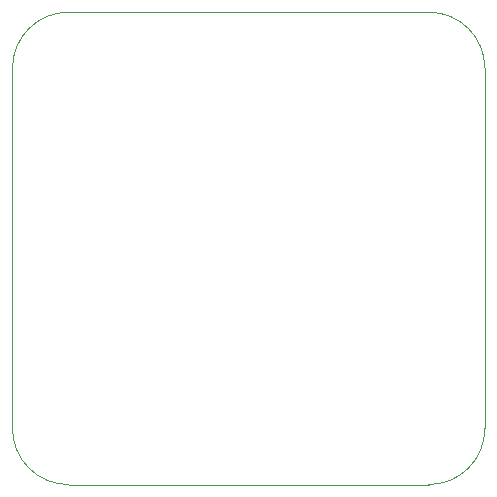
<source format=gbr>
%TF.GenerationSoftware,KiCad,Pcbnew,7.0.1*%
%TF.CreationDate,2023-08-30T02:16:58-03:00*%
%TF.ProjectId,PCB_FC_V2,5043425f-4643-45f5-9632-2e6b69636164,rev?*%
%TF.SameCoordinates,Original*%
%TF.FileFunction,Profile,NP*%
%FSLAX46Y46*%
G04 Gerber Fmt 4.6, Leading zero omitted, Abs format (unit mm)*
G04 Created by KiCad (PCBNEW 7.0.1) date 2023-08-30 02:16:58*
%MOMM*%
%LPD*%
G01*
G04 APERTURE LIST*
%TA.AperFunction,Profile*%
%ADD10C,0.100000*%
%TD*%
G04 APERTURE END LIST*
D10*
X117250043Y-105858757D02*
G75*
G03*
X122000000Y-110608757I4749957J-43D01*
G01*
X157250043Y-75358757D02*
G75*
G03*
X152500000Y-70608757I-4750043J-43D01*
G01*
X122000000Y-70608760D02*
G75*
G03*
X117250000Y-75358757I0J-4750000D01*
G01*
X152500000Y-110608757D02*
X122000000Y-110608757D01*
X117250000Y-105858757D02*
X117250000Y-75358757D01*
X152500000Y-110608800D02*
G75*
G03*
X157250000Y-105858756I0J4750000D01*
G01*
X122000000Y-70608757D02*
X152500000Y-70608757D01*
X157250000Y-75358757D02*
X157250000Y-105858757D01*
M02*

</source>
